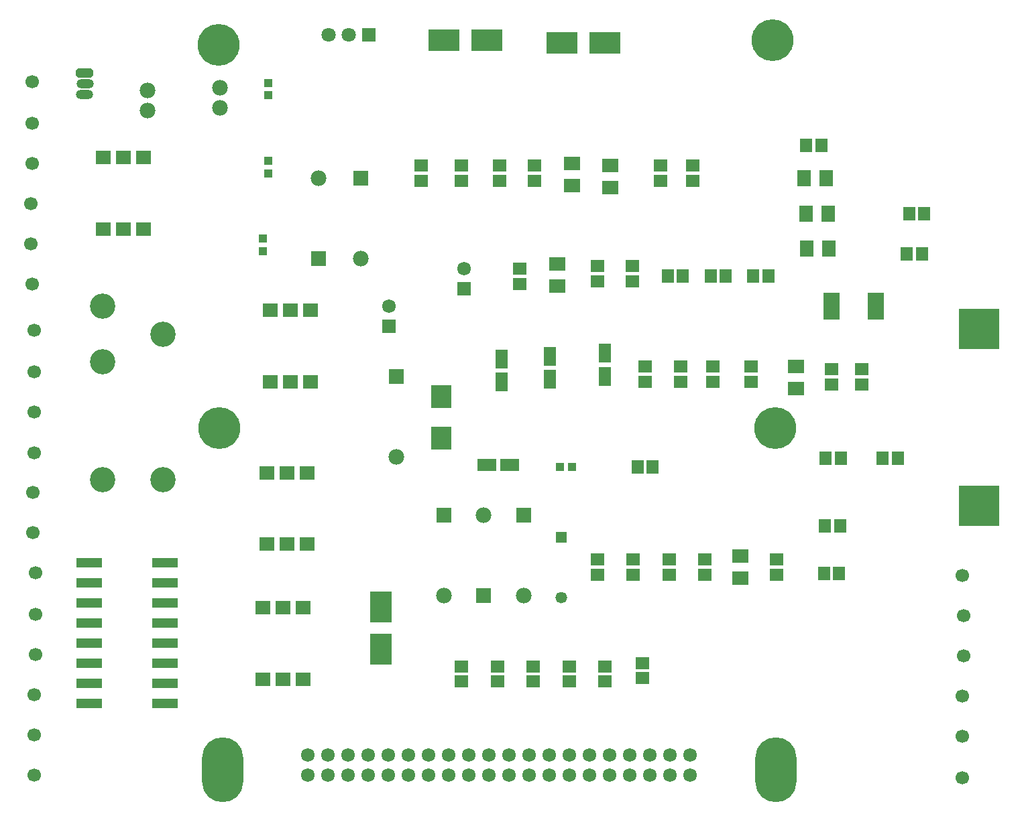
<source format=gbr>
G04 DipTrace 2.4.0.2*
%INTopMask.gbr*%
%MOMM*%
%ADD59C,1.8*%
%ADD61R,1.8X1.8*%
%ADD63R,2.0X1.8*%
%ADD65R,1.8X2.0*%
%ADD67R,2.0X3.4*%
%ADD69R,1.5X1.7*%
%ADD71R,1.7X1.5*%
%ADD73R,1.47X1.47*%
%ADD75C,1.47*%
%ADD77C,3.2*%
%ADD79O,2.2X1.2*%
%ADD81C,1.7*%
%ADD82R,5.2X5.2*%
%ADD84R,1.98X1.72*%
%ADD86O,5.2X8.2*%
%ADD88C,5.28*%
%ADD90R,3.2X1.2*%
%ADD92C,1.978*%
%ADD94C,1.724*%
%ADD96C,1.978*%
%ADD98R,1.978X1.978*%
%ADD100R,1.1X1.1*%
%ADD102R,3.95X2.75*%
%ADD104R,2.35X1.55*%
%ADD106R,2.75X3.95*%
%ADD108R,1.55X2.35*%
%ADD110R,2.55X2.85*%
%ADD112R,1.724X1.724*%
%ADD114C,1.724*%
%FSLAX53Y53*%
G04*
G71*
G90*
G75*
G01*
%LNTopMask*%
%LPD*%
D114*
X65300Y76312D3*
D112*
Y73772D3*
D110*
X71967Y64883D3*
Y59644D3*
D108*
X79587Y66787D3*
Y69645D3*
D106*
X64347Y32974D3*
Y38371D3*
D108*
X85620Y67105D3*
Y69962D3*
D104*
X80540Y56310D3*
X77682D3*
D102*
X72285Y109968D3*
X77682D3*
D114*
X74825Y81075D3*
D112*
Y78535D3*
D108*
X92605Y67422D3*
Y70439D3*
D102*
Y109650D3*
X87207D3*
D100*
X50060Y102983D3*
Y104570D3*
D98*
X72285Y49960D3*
D96*
Y39800D3*
D98*
X77317D3*
D96*
Y49960D3*
D98*
X56410Y82345D3*
D96*
Y92505D3*
D98*
X66252Y67422D3*
D96*
Y57262D3*
D98*
X82349Y49960D3*
D96*
Y39800D3*
D98*
X61807Y92505D3*
D96*
Y82345D3*
D100*
X50060Y93140D3*
Y94728D3*
X86890Y55993D3*
X88478D3*
X49425Y83297D3*
Y84885D3*
D94*
X103372Y19639D3*
X100832D3*
X98293D3*
X95752D3*
X93212D3*
X90672D3*
X88132D3*
X85592D3*
X83052D3*
X80513D3*
X77972D3*
X75432D3*
X72892D3*
X70352D3*
X67812D3*
X65272D3*
X62732D3*
X60192D3*
X57652D3*
X55112D3*
Y17099D3*
X57652D3*
X60192D3*
X62732D3*
X65272D3*
X67812D3*
X70352D3*
X72892D3*
X75432D3*
X77972D3*
X80513D3*
X83052D3*
X85592D3*
X88132D3*
X90672D3*
X93212D3*
X95752D3*
X98293D3*
X100832D3*
X103372D3*
D92*
X34820Y103617D3*
Y101077D3*
X44027Y103935D3*
Y101395D3*
D90*
X37042Y26147D3*
Y28688D3*
Y31228D3*
Y33767D3*
Y36307D3*
Y38847D3*
Y41387D3*
Y43928D3*
X27517D3*
Y41387D3*
Y38847D3*
Y36307D3*
Y33767D3*
Y31228D3*
Y28688D3*
Y26147D3*
D88*
X113805Y109968D3*
X43900Y60900D3*
X43855Y109332D3*
X114100Y60900D3*
D86*
X114160Y17730D3*
X44310Y17790D3*
D84*
X29280Y86100D3*
X31820D3*
X34360D3*
Y95149D3*
X31820D3*
X29280D3*
X50377Y66788D3*
X52917D3*
X55458D3*
Y75836D3*
X52917D3*
X50377D3*
X54980Y55300D3*
X52440D3*
X49900D3*
Y46251D3*
X52440D3*
X54980D3*
X54505Y38212D3*
X51965D3*
X49425D3*
Y29164D3*
X51965D3*
X54505D3*
D82*
X139880Y73500D3*
Y51116D3*
D81*
X137767Y42340D3*
X137926Y37260D3*
Y32180D3*
X137768Y27100D3*
Y22020D3*
Y16781D3*
X20322Y79170D3*
X20163Y84250D3*
Y89330D3*
X20322Y94410D3*
Y99490D3*
Y104729D3*
X20350Y47738D3*
X20360Y52820D3*
X20550Y57770D3*
Y62978D3*
Y68058D3*
Y73296D3*
X20590Y17050D3*
X20591Y22133D3*
Y27213D3*
X20750Y32293D3*
Y37373D3*
Y42611D3*
G36*
X26099Y106440D2*
X25790Y106131D1*
Y105549D1*
X26099Y105240D1*
X27681D1*
X27990Y105549D1*
Y106131D1*
X27681Y106440D1*
X26099D1*
X25790Y106131D1*
Y105549D1*
X26099Y105240D1*
X27681D1*
X27990Y105549D1*
Y106131D1*
X27681Y106440D1*
X26099D1*
X25790Y106131D1*
Y105549D1*
X26099Y105240D1*
X27681D1*
X27990Y105549D1*
Y106131D1*
X27681Y106440D1*
X26099D1*
G37*
D79*
X26960Y104450D3*
X26920Y103130D3*
D77*
X29180Y54400D3*
X36800D3*
X29180Y69323D3*
X36800Y72815D3*
X29180Y76308D3*
D75*
X87127Y39546D3*
D73*
Y47166D3*
D71*
X69427Y94093D3*
Y92192D3*
X97685Y68692D3*
Y66793D3*
X91651Y44306D3*
Y42406D3*
X74526Y28930D3*
Y30830D3*
X74507Y92188D3*
Y94087D3*
X102130Y66788D3*
Y68688D3*
X96175Y44306D3*
Y42406D3*
X79050Y28930D3*
Y30830D3*
X79270Y92188D3*
Y94087D3*
X106257Y68692D3*
Y66793D3*
X100699Y42406D3*
Y44306D3*
D69*
X119910Y96633D3*
X118010D3*
D71*
X83574Y30830D3*
Y28930D3*
D69*
X102447Y80123D3*
X100547D3*
X105940D3*
X107840D3*
X113242D3*
X111342D3*
D71*
X83715Y92188D3*
Y94087D3*
X99590Y94093D3*
Y92192D3*
D69*
X98635Y55992D3*
X96735D3*
D71*
X111020Y66788D3*
Y68688D3*
D69*
X132927Y88060D3*
X131028D3*
X132610Y82980D3*
X130710D3*
D71*
X105223Y42406D3*
Y44306D3*
X88098Y28930D3*
Y30830D3*
D67*
X121237Y76312D3*
X126837D3*
D65*
X120862Y83615D3*
X118062D3*
D63*
X88478Y94410D3*
Y91610D3*
D65*
X120545Y92505D3*
X117745D3*
D63*
X116735Y68692D3*
Y65892D3*
X109747Y44756D3*
Y41956D3*
D71*
X81810Y79170D3*
Y81070D3*
X92622Y28930D3*
Y30830D3*
D63*
X93240Y94093D3*
Y91293D3*
D65*
X118005Y88060D3*
X120805D3*
D63*
X86572Y81710D3*
Y78910D3*
D71*
X121180Y66470D3*
Y68370D3*
X114271Y44306D3*
Y42406D3*
X97367Y29325D3*
Y31225D3*
D69*
X120280Y42600D3*
X122180D3*
D71*
X91652Y79487D3*
Y81388D3*
X96098Y81392D3*
Y79492D3*
D69*
X129580Y57100D3*
X127680D3*
X120480D3*
X122380D3*
D71*
X124990Y66470D3*
Y68370D3*
D69*
X120380Y48600D3*
X122280D3*
D71*
X103717Y94093D3*
Y92192D3*
D61*
X62760Y110603D3*
D59*
X60220D3*
X57680D3*
M02*

</source>
